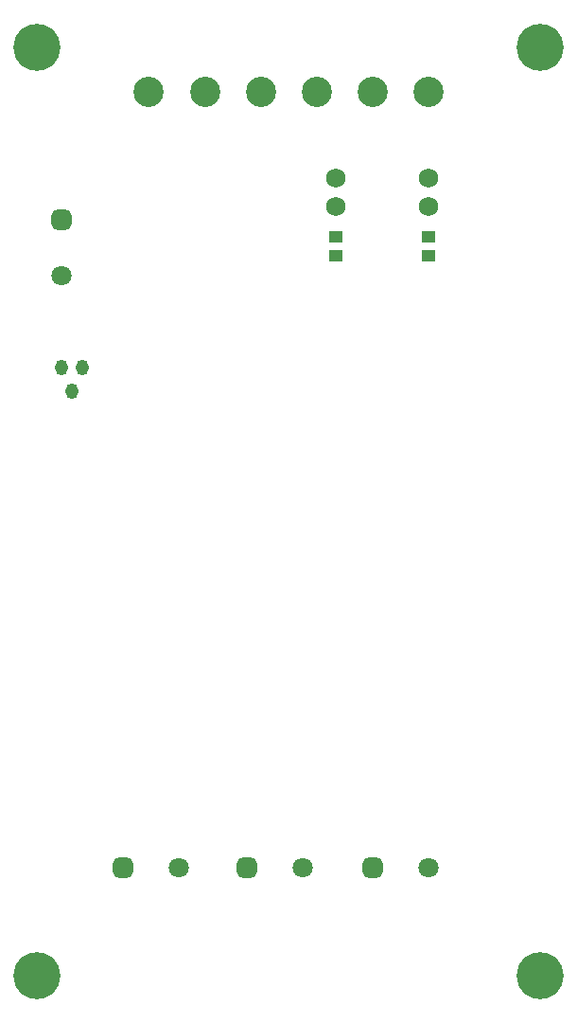
<source format=gts>
%FSLAX44Y44*%
%MOMM*%
G71*
G01*
G75*
G04 Layer_Color=8388736*
%ADD10R,1.0000X0.9000*%
%ADD11O,0.9000X1.2000*%
%ADD12C,0.5000*%
%ADD13C,2.5000*%
%ADD14C,1.5240*%
%ADD15C,4.0000*%
G04:AMPARAMS|DCode=16|XSize=1.6mm|YSize=1.6mm|CornerRadius=0.4mm|HoleSize=0mm|Usage=FLASHONLY|Rotation=0.000|XOffset=0mm|YOffset=0mm|HoleType=Round|Shape=RoundedRectangle|*
%AMROUNDEDRECTD16*
21,1,1.6000,0.8000,0,0,0.0*
21,1,0.8000,1.6000,0,0,0.0*
1,1,0.8000,0.4000,-0.4000*
1,1,0.8000,-0.4000,-0.4000*
1,1,0.8000,-0.4000,0.4000*
1,1,0.8000,0.4000,0.4000*
%
%ADD16ROUNDEDRECTD16*%
%ADD17C,1.6000*%
G04:AMPARAMS|DCode=18|XSize=1.6mm|YSize=1.6mm|CornerRadius=0.4mm|HoleSize=0mm|Usage=FLASHONLY|Rotation=270.000|XOffset=0mm|YOffset=0mm|HoleType=Round|Shape=RoundedRectangle|*
%AMROUNDEDRECTD18*
21,1,1.6000,0.8000,0,0,270.0*
21,1,0.8000,1.6000,0,0,270.0*
1,1,0.8000,-0.4000,-0.4000*
1,1,0.8000,-0.4000,0.4000*
1,1,0.8000,0.4000,0.4000*
1,1,0.8000,0.4000,-0.4000*
%
%ADD18ROUNDEDRECTD18*%
%ADD19C,0.2500*%
%ADD20C,0.2000*%
%ADD21C,0.2540*%
%ADD22C,0.6000*%
%ADD23R,1.2032X1.1032*%
%ADD24O,1.1032X1.4032*%
%ADD25C,2.7032*%
%ADD26C,1.7272*%
%ADD27C,4.2032*%
G04:AMPARAMS|DCode=28|XSize=1.8032mm|YSize=1.8032mm|CornerRadius=0.5016mm|HoleSize=0mm|Usage=FLASHONLY|Rotation=0.000|XOffset=0mm|YOffset=0mm|HoleType=Round|Shape=RoundedRectangle|*
%AMROUNDEDRECTD28*
21,1,1.8032,0.8000,0,0,0.0*
21,1,0.8000,1.8032,0,0,0.0*
1,1,1.0032,0.4000,-0.4000*
1,1,1.0032,-0.4000,-0.4000*
1,1,1.0032,-0.4000,0.4000*
1,1,1.0032,0.4000,0.4000*
%
%ADD28ROUNDEDRECTD28*%
%ADD29C,1.8032*%
G04:AMPARAMS|DCode=30|XSize=1.8032mm|YSize=1.8032mm|CornerRadius=0.5016mm|HoleSize=0mm|Usage=FLASHONLY|Rotation=270.000|XOffset=0mm|YOffset=0mm|HoleType=Round|Shape=RoundedRectangle|*
%AMROUNDEDRECTD30*
21,1,1.8032,0.8000,0,0,270.0*
21,1,0.8000,1.8032,0,0,270.0*
1,1,1.0032,-0.4000,-0.4000*
1,1,1.0032,-0.4000,0.4000*
1,1,1.0032,0.4000,0.4000*
1,1,1.0032,0.4000,-0.4000*
%
%ADD30ROUNDEDRECTD30*%
D23*
X312000Y705500D02*
D03*
Y688500D02*
D03*
X395000D02*
D03*
Y705500D02*
D03*
D24*
X76000Y567500D02*
D03*
X85500Y588500D02*
D03*
X66500D02*
D03*
D25*
X245000Y835000D02*
D03*
X395000D02*
D03*
X145000D02*
D03*
X195000D02*
D03*
X295000D02*
D03*
X345000D02*
D03*
D26*
X395000Y733000D02*
D03*
Y758400D02*
D03*
X312000Y733000D02*
D03*
Y758400D02*
D03*
D27*
X495000Y45000D02*
D03*
X45000D02*
D03*
Y875000D02*
D03*
X495000D02*
D03*
D28*
X345000Y142000D02*
D03*
X233000D02*
D03*
X122000D02*
D03*
D29*
X395000D02*
D03*
X283000D02*
D03*
X172000D02*
D03*
X67000Y671000D02*
D03*
D30*
Y721000D02*
D03*
M02*

</source>
